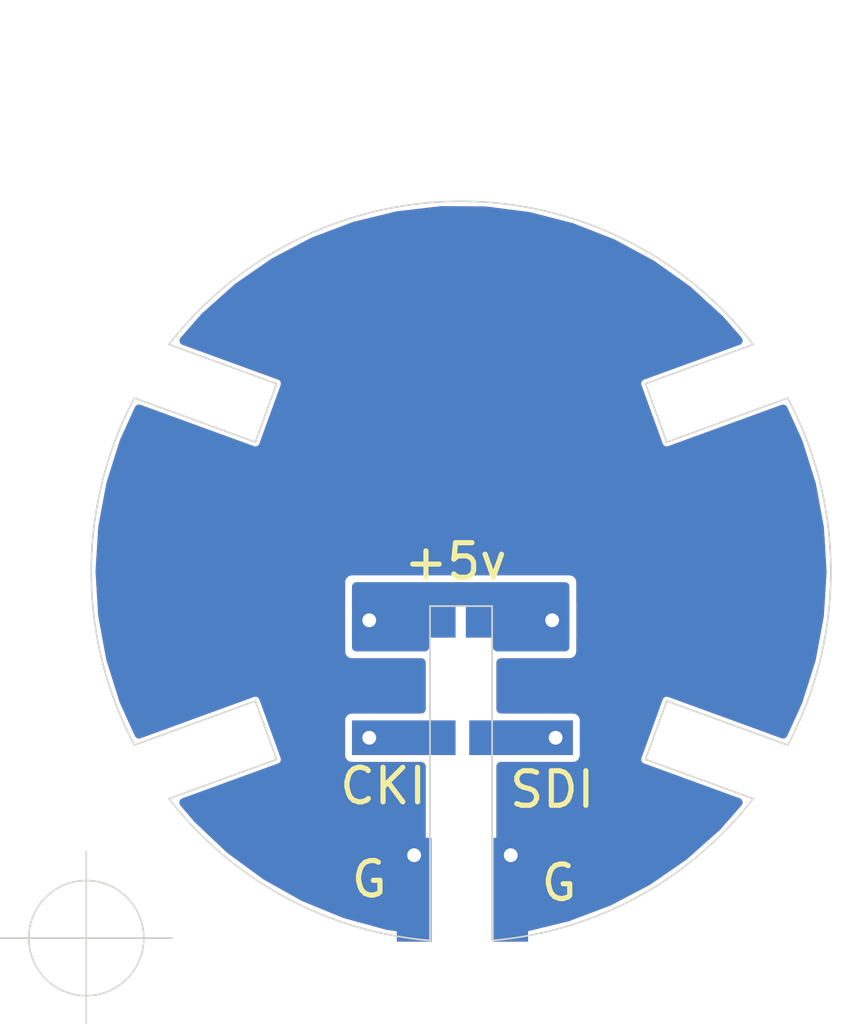
<source format=kicad_pcb>
(kicad_pcb (version 20171130) (host pcbnew "(5.1.5)-3")

  (general
    (thickness 1.6)
    (drawings 29)
    (tracks 0)
    (zones 0)
    (modules 6)
    (nets 5)
  )

  (page A4)
  (layers
    (0 F.Cu signal)
    (31 B.Cu signal)
    (34 B.Paste user)
    (35 F.Paste user)
    (36 B.SilkS user)
    (37 F.SilkS user)
    (38 B.Mask user)
    (39 F.Mask user)
    (40 Dwgs.User user)
    (44 Edge.Cuts user)
    (45 Margin user)
    (46 B.CrtYd user hide)
    (47 F.CrtYd user hide)
    (48 B.Fab user hide)
    (49 F.Fab user hide)
  )

  (setup
    (last_trace_width 0.25)
    (trace_clearance 0.2)
    (zone_clearance 0)
    (zone_45_only no)
    (trace_min 0.2)
    (via_size 0.8)
    (via_drill 0.4)
    (via_min_size 0.4)
    (via_min_drill 0.3)
    (uvia_size 0.3)
    (uvia_drill 0.1)
    (uvias_allowed no)
    (uvia_min_size 0.2)
    (uvia_min_drill 0.1)
    (edge_width 0.05)
    (segment_width 0.2)
    (pcb_text_width 0.3)
    (pcb_text_size 1.5 1.5)
    (mod_edge_width 0.12)
    (mod_text_size 1 1)
    (mod_text_width 0.15)
    (pad_size 3 1)
    (pad_drill 0)
    (pad_to_mask_clearance 0.051)
    (solder_mask_min_width 0.25)
    (aux_axis_origin 140 103)
    (grid_origin 140 103)
    (visible_elements 7FFFFF7F)
    (pcbplotparams
      (layerselection 0x010f0_ffffffff)
      (usegerberextensions false)
      (usegerberattributes false)
      (usegerberadvancedattributes false)
      (creategerberjobfile false)
      (excludeedgelayer true)
      (linewidth 0.100000)
      (plotframeref false)
      (viasonmask false)
      (mode 1)
      (useauxorigin false)
      (hpglpennumber 1)
      (hpglpenspeed 20)
      (hpglpendiameter 15.000000)
      (psnegative false)
      (psa4output false)
      (plotreference true)
      (plotvalue true)
      (plotinvisibletext false)
      (padsonsilk false)
      (subtractmaskfromsilk false)
      (outputformat 1)
      (mirror false)
      (drillshape 0)
      (scaleselection 1)
      (outputdirectory "Connector Gerber/"))
  )

  (net 0 "")
  (net 1 +5V)
  (net 2 GND)
  (net 3 "Net-(J14-Pad1)")
  (net 4 "Net-(J13-Pad1)")

  (net_class Default "This is the default net class."
    (clearance 0.2)
    (trace_width 0.25)
    (via_dia 0.8)
    (via_drill 0.4)
    (uvia_dia 0.3)
    (uvia_drill 0.1)
    (add_net +5V)
    (add_net GND)
    (add_net "Net-(J13-Pad1)")
    (add_net "Net-(J14-Pad1)")
  )

  (module MyLib:Conn_1_Pin (layer F.Cu) (tedit 5FFD12F5) (tstamp 5FFD32C6)
    (at 152.5 93.8 180)
    (path /601A6A08)
    (fp_text reference J12 (at 0 -1.5) (layer F.SilkS) hide
      (effects (font (size 1 1) (thickness 0.15)))
    )
    (fp_text value 1pin_conn (at 0 1.75) (layer F.Fab)
      (effects (font (size 1 1) (thickness 0.15)))
    )
    (fp_line (start -1.75 -0.75) (end 1.75 -0.75) (layer F.CrtYd) (width 0.12))
    (fp_line (start 1.75 -0.76) (end 1.75 0.72) (layer F.CrtYd) (width 0.12))
    (fp_line (start 1.75 0.72) (end -1.75 0.72) (layer F.CrtYd) (width 0.12))
    (fp_line (start -1.75 0.72) (end -1.75 -0.75) (layer F.CrtYd) (width 0.12))
    (pad 1 thru_hole circle (at -1 0 180) (size 0.8 0.8) (drill 0.4) (layers *.Cu *.Mask)
      (net 1 +5V))
    (pad 1 smd rect (at 0 0 180) (size 3 1) (layers F.Cu F.Paste F.Mask)
      (net 1 +5V))
    (pad 1 smd rect (at 0 0 180) (size 3 1) (layers *.Mask B.Cu B.Paste)
      (net 1 +5V))
  )

  (module MyLib:Conn_1_Pin (layer F.Cu) (tedit 5FFD12F5) (tstamp 5FFC43B4)
    (at 152.3 101.6 270)
    (path /601A64C4)
    (fp_text reference J11 (at 0.5 -1.5 90) (layer F.SilkS) hide
      (effects (font (size 1 1) (thickness 0.15)))
    )
    (fp_text value 1pin_conn (at 0 1.75 90) (layer F.Fab) hide
      (effects (font (size 1 1) (thickness 0.15)))
    )
    (fp_line (start -1.75 0.72) (end -1.75 -0.75) (layer F.CrtYd) (width 0.12))
    (fp_line (start 1.75 0.72) (end -1.75 0.72) (layer F.CrtYd) (width 0.12))
    (fp_line (start 1.75 -0.76) (end 1.75 0.72) (layer F.CrtYd) (width 0.12))
    (fp_line (start -1.75 -0.75) (end 1.75 -0.75) (layer F.CrtYd) (width 0.12))
    (pad 1 smd rect (at 0 0 270) (size 3 1) (layers *.Mask B.Cu B.Paste)
      (net 2 GND))
    (pad 1 smd rect (at 0 0 270) (size 3 1) (layers F.Cu F.Paste F.Mask)
      (net 2 GND))
    (pad 1 thru_hole circle (at -1 0 270) (size 0.8 0.8) (drill 0.4) (layers *.Cu *.Mask)
      (net 2 GND))
  )

  (module MyLib:Conn_1_Pin (layer F.Cu) (tedit 5FFD12F5) (tstamp 5FFDE69F)
    (at 149.5 101.6 270)
    (path /601A64C4)
    (fp_text reference J11 (at 0.5 -1.5 90) (layer F.SilkS) hide
      (effects (font (size 1 1) (thickness 0.15)))
    )
    (fp_text value 1pin_conn (at 0 1.75 90) (layer F.Fab) hide
      (effects (font (size 1 1) (thickness 0.15)))
    )
    (fp_line (start -1.75 0.72) (end -1.75 -0.75) (layer F.CrtYd) (width 0.12))
    (fp_line (start 1.75 0.72) (end -1.75 0.72) (layer F.CrtYd) (width 0.12))
    (fp_line (start 1.75 -0.76) (end 1.75 0.72) (layer F.CrtYd) (width 0.12))
    (fp_line (start -1.75 -0.75) (end 1.75 -0.75) (layer F.CrtYd) (width 0.12))
    (pad 1 smd rect (at 0 0 270) (size 3 1) (layers *.Mask B.Cu B.Paste)
      (net 2 GND))
    (pad 1 smd rect (at 0 0 270) (size 3 1) (layers F.Cu F.Paste F.Mask)
      (net 2 GND))
    (pad 1 thru_hole circle (at -1 0 270) (size 0.8 0.8) (drill 0.4) (layers *.Cu *.Mask)
      (net 2 GND))
  )

  (module MyLib:Conn_1_Pin (layer F.Cu) (tedit 5FFD12F5) (tstamp 5FFDE6AB)
    (at 149.2 93.8)
    (path /601A6A08)
    (fp_text reference J12 (at 0 -1.5) (layer F.SilkS) hide
      (effects (font (size 1 1) (thickness 0.15)))
    )
    (fp_text value 1pin_conn (at 0 1.75) (layer F.Fab)
      (effects (font (size 1 1) (thickness 0.15)))
    )
    (fp_line (start -1.75 0.72) (end -1.75 -0.75) (layer F.CrtYd) (width 0.12))
    (fp_line (start 1.75 0.72) (end -1.75 0.72) (layer F.CrtYd) (width 0.12))
    (fp_line (start 1.75 -0.76) (end 1.75 0.72) (layer F.CrtYd) (width 0.12))
    (fp_line (start -1.75 -0.75) (end 1.75 -0.75) (layer F.CrtYd) (width 0.12))
    (pad 1 smd rect (at 0 0) (size 3 1) (layers *.Mask B.Cu B.Paste)
      (net 1 +5V))
    (pad 1 smd rect (at 0 0) (size 3 1) (layers F.Cu F.Paste F.Mask)
      (net 1 +5V))
    (pad 1 thru_hole circle (at -1 0) (size 0.8 0.8) (drill 0.4) (layers *.Cu *.Mask)
      (net 1 +5V))
  )

  (module MyLib:Conn_1_Pin (layer F.Cu) (tedit 5FFD12F5) (tstamp 5FFDE6B7)
    (at 149.2 97.2)
    (path /6019FFA1)
    (fp_text reference J13 (at -0.6 1.7) (layer F.SilkS) hide
      (effects (font (size 1 1) (thickness 0.15)))
    )
    (fp_text value 1pin_conn (at 0 1.75) (layer F.Fab) hide
      (effects (font (size 1 1) (thickness 0.15)))
    )
    (fp_line (start -1.75 0.72) (end -1.75 -0.75) (layer F.CrtYd) (width 0.12))
    (fp_line (start 1.75 0.72) (end -1.75 0.72) (layer F.CrtYd) (width 0.12))
    (fp_line (start 1.75 -0.76) (end 1.75 0.72) (layer F.CrtYd) (width 0.12))
    (fp_line (start -1.75 -0.75) (end 1.75 -0.75) (layer F.CrtYd) (width 0.12))
    (pad 1 smd rect (at 0 0) (size 3 1) (layers *.Mask B.Cu B.Paste)
      (net 4 "Net-(J13-Pad1)"))
    (pad 1 smd rect (at 0 0) (size 3 1) (layers F.Cu F.Paste F.Mask)
      (net 4 "Net-(J13-Pad1)"))
    (pad 1 thru_hole circle (at -1 0) (size 0.8 0.8) (drill 0.4) (layers *.Cu *.Mask)
      (net 4 "Net-(J13-Pad1)"))
  )

  (module MyLib:Conn_1_Pin (layer F.Cu) (tedit 5FFD12F5) (tstamp 5FFDE6C3)
    (at 152.6 97.2 180)
    (path /601A5126)
    (fp_text reference J14 (at -0.7 -1.6) (layer F.SilkS) hide
      (effects (font (size 1 1) (thickness 0.15)))
    )
    (fp_text value 1pin_conn (at 0 1.75) (layer F.Fab) hide
      (effects (font (size 1 1) (thickness 0.15)))
    )
    (fp_line (start -1.75 0.72) (end -1.75 -0.75) (layer F.CrtYd) (width 0.12))
    (fp_line (start 1.75 0.72) (end -1.75 0.72) (layer F.CrtYd) (width 0.12))
    (fp_line (start 1.75 -0.76) (end 1.75 0.72) (layer F.CrtYd) (width 0.12))
    (fp_line (start -1.75 -0.75) (end 1.75 -0.75) (layer F.CrtYd) (width 0.12))
    (pad 1 smd rect (at 0 0 180) (size 3 1) (layers *.Mask B.Cu B.Paste)
      (net 3 "Net-(J14-Pad1)"))
    (pad 1 smd rect (at 0 0 180) (size 3 1) (layers F.Cu F.Paste F.Mask)
      (net 3 "Net-(J14-Pad1)"))
    (pad 1 thru_hole circle (at -1 0 180) (size 0.8 0.8) (drill 0.4) (layers *.Cu *.Mask)
      (net 3 "Net-(J14-Pad1)"))
  )

  (dimension 21.410002 (width 0.15) (layer Dwgs.User)
    (gr_text "21.410 mm" (at 150.876611 76.545239 359.9732388) (layer Dwgs.User)
      (effects (font (size 1 1) (thickness 0.15)))
    )
    (feature1 (pts (xy 161.58 80) (xy 161.581278 77.263819)))
    (feature2 (pts (xy 140.17 79.99) (xy 140.171278 77.253819)))
    (crossbar (pts (xy 140.171004 77.840239) (xy 161.581004 77.850239)))
    (arrow1a (pts (xy 161.581004 77.850239) (xy 160.454226 78.436134)))
    (arrow1b (pts (xy 161.581004 77.850239) (xy 160.454774 77.263292)))
    (arrow2a (pts (xy 140.171004 77.840239) (xy 141.297234 78.427186)))
    (arrow2b (pts (xy 140.171004 77.840239) (xy 141.297782 77.254344)))
  )
  (gr_line (start 140.17 92.13) (end 140.17 80) (layer Dwgs.User) (width 0.15))
  (gr_line (start 161.58 92.33) (end 161.58 80) (layer Dwgs.User) (width 0.15))
  (gr_line (start 144.899681 96.136261) (end 141.393472 97.412365) (layer Edge.Cuts) (width 0.05))
  (gr_line (start 144.899678 88.643742) (end 145.515281 86.952284) (layer Edge.Cuts) (width 0.05))
  (gr_line (start 156.820317 96.136262) (end 156.204703 97.827717) (layer Edge.Cuts) (width 0.05))
  (gr_line (start 151.76 103.06845) (end 151.76 93.39) (layer Edge.Cuts) (width 0.05))
  (gr_line (start 141.393458 87.36766) (end 144.899678 88.643742) (layer Edge.Cuts) (width 0.05))
  (gr_line (start 151.76 93.39) (end 149.96 93.39) (layer Edge.Cuts) (width 0.05))
  (gr_line (start 145.515295 97.827715) (end 144.899681 96.136261) (layer Edge.Cuts) (width 0.05))
  (gr_arc (start 150.86 92.39) (end 151.76 103.06845) (angle -47.34971995) (layer Edge.Cuts) (width 0.05))
  (gr_line (start 149.96 93.39) (end 149.96 103.06845) (layer Edge.Cuts) (width 0.05))
  (gr_line (start 142.396199 98.962928) (end 145.515295 97.827715) (layer Edge.Cuts) (width 0.05))
  (gr_line (start 145.515281 86.952284) (end 142.396182 85.817094) (layer Edge.Cuts) (width 0.05))
  (gr_arc (start 150.86 92.39) (end 141.393458 87.36766) (angle -55.89525993) (layer Edge.Cuts) (width 0.05))
  (gr_arc (start 150.86 92.39) (end 142.396199 98.962928) (angle -47.34972583) (layer Edge.Cuts) (width 0.05))
  (gr_line (start 160.326527 97.412366) (end 156.820317 96.136262) (layer Edge.Cuts) (width 0.05))
  (gr_line (start 156.204703 97.827717) (end 159.3238 98.962929) (layer Edge.Cuts) (width 0.05))
  (gr_arc (start 150.86 92.39) (end 160.326527 97.412366) (angle -55.89524864) (layer Edge.Cuts) (width 0.05))
  (gr_line (start 156.820323 88.643744) (end 160.326543 87.367663) (layer Edge.Cuts) (width 0.05))
  (gr_line (start 156.20472 86.952285) (end 156.820323 88.643744) (layer Edge.Cuts) (width 0.05))
  (gr_line (start 159.32382 85.817096) (end 156.20472 86.952285) (layer Edge.Cuts) (width 0.05))
  (gr_arc (start 150.86 92.39) (end 159.32382 85.817096) (angle -104.3349919) (layer Edge.Cuts) (width 0.05))
  (target plus (at 140 103) (size 5) (width 0.05) (layer Edge.Cuts))
  (gr_text CKI (at 148.6 98.6) (layer F.SilkS) (tstamp 5FFD345E)
    (effects (font (size 1 1) (thickness 0.15)))
  )
  (gr_text SDI (at 153.5 98.7) (layer F.SilkS) (tstamp 5FFD33D0)
    (effects (font (size 1 1) (thickness 0.15)))
  )
  (gr_text +5v (at 150.7 92.1) (layer F.SilkS) (tstamp 5FFD33C7)
    (effects (font (size 1 1) (thickness 0.15)))
  )
  (gr_text G (at 148.2 101.3) (layer F.SilkS) (tstamp 5FFD321A)
    (effects (font (size 1 1) (thickness 0.15)))
  )
  (gr_text G (at 153.7 101.4) (layer F.SilkS)
    (effects (font (size 1 1) (thickness 0.15)))
  )

  (zone (net 1) (net_name +5V) (layer F.Cu) (tstamp 6000FBAF) (hatch edge 0.508)
    (priority 4)
    (connect_pads yes (clearance 0))
    (min_thickness 0.254)
    (fill yes (arc_segments 32) (thermal_gap 0.508) (thermal_bridge_width 0.508))
    (polygon
      (pts
        (xy 154 94.7) (xy 147.7 94.7) (xy 147.7 92.7) (xy 154 92.7)
      )
    )
    (filled_polygon
      (pts
        (xy 153.873 94.573) (xy 151.912 94.573) (xy 151.912 93.397462) (xy 151.912735 93.39) (xy 151.9098 93.360203)
        (xy 151.901109 93.331551) (xy 151.886995 93.305145) (xy 151.868 93.282) (xy 151.844855 93.263005) (xy 151.818449 93.248891)
        (xy 151.789797 93.2402) (xy 151.767462 93.238) (xy 151.76 93.237265) (xy 151.752538 93.238) (xy 149.967462 93.238)
        (xy 149.96 93.237265) (xy 149.952538 93.238) (xy 149.930203 93.2402) (xy 149.901551 93.248891) (xy 149.875145 93.263005)
        (xy 149.852 93.282) (xy 149.833005 93.305145) (xy 149.818891 93.331551) (xy 149.8102 93.360203) (xy 149.807265 93.39)
        (xy 149.808 93.397462) (xy 149.808 94.573) (xy 147.827 94.573) (xy 147.827 92.827) (xy 153.873 92.827)
      )
    )
  )
  (zone (net 1) (net_name +5V) (layer B.Cu) (tstamp 6000FBAC) (hatch edge 0.508)
    (priority 4)
    (connect_pads yes (clearance 0))
    (min_thickness 0.254)
    (fill yes (arc_segments 32) (thermal_gap 0.508) (thermal_bridge_width 0.508))
    (polygon
      (pts
        (xy 154 94.7) (xy 147.7 94.7) (xy 147.7 92.7) (xy 154 92.7)
      )
    )
    (filled_polygon
      (pts
        (xy 153.873 94.573) (xy 151.912 94.573) (xy 151.912 93.397462) (xy 151.912735 93.39) (xy 151.9098 93.360203)
        (xy 151.901109 93.331551) (xy 151.886995 93.305145) (xy 151.868 93.282) (xy 151.844855 93.263005) (xy 151.818449 93.248891)
        (xy 151.789797 93.2402) (xy 151.767462 93.238) (xy 151.76 93.237265) (xy 151.752538 93.238) (xy 149.967462 93.238)
        (xy 149.96 93.237265) (xy 149.952538 93.238) (xy 149.930203 93.2402) (xy 149.901551 93.248891) (xy 149.875145 93.263005)
        (xy 149.852 93.282) (xy 149.833005 93.305145) (xy 149.818891 93.331551) (xy 149.8102 93.360203) (xy 149.807265 93.39)
        (xy 149.808 93.397462) (xy 149.808 94.573) (xy 147.827 94.573) (xy 147.827 92.827) (xy 153.873 92.827)
      )
    )
  )
  (zone (net 2) (net_name GND) (layer F.Cu) (tstamp 6000FBA9) (hatch edge 0.508)
    (connect_pads yes (clearance 0.1))
    (min_thickness 0.254)
    (fill yes (arc_segments 32) (thermal_gap 0.508) (thermal_bridge_width 0.508))
    (polygon
      (pts
        (xy 162 103) (xy 140 103) (xy 140 81) (xy 162 81)
      )
    )
    (filled_polygon
      (pts
        (xy 151.559407 81.949561) (xy 152.826556 82.112617) (xy 154.064402 82.428888) (xy 155.254472 82.893656) (xy 156.379022 83.499987)
        (xy 157.421307 84.238854) (xy 158.366319 85.099729) (xy 158.893076 85.705694) (xy 156.130165 86.711249) (xy 156.118119 86.714336)
        (xy 156.106911 86.719712) (xy 156.106906 86.719714) (xy 156.073361 86.735804) (xy 156.033652 86.765589) (xy 156.000516 86.802551)
        (xy 155.975228 86.845266) (xy 155.958759 86.892094) (xy 155.951742 86.941235) (xy 155.954448 86.990799) (xy 155.966771 87.038886)
        (xy 155.97215 87.0501) (xy 156.579289 88.718305) (xy 156.582374 88.730345) (xy 156.587749 88.74155) (xy 156.587751 88.741557)
        (xy 156.603841 88.775103) (xy 156.633626 88.814812) (xy 156.670588 88.847948) (xy 156.713303 88.873236) (xy 156.760131 88.889705)
        (xy 156.767148 88.890707) (xy 156.809273 88.896722) (xy 156.858838 88.894016) (xy 156.878202 88.889053) (xy 156.906924 88.881693)
        (xy 156.918138 88.876314) (xy 160.19363 87.684207) (xy 160.632266 88.649044) (xy 161.015332 89.867866) (xy 161.247007 91.124287)
        (xy 161.323834 92.399581) (xy 161.244671 93.674732) (xy 161.010696 94.930729) (xy 160.625362 96.148959) (xy 160.193817 97.095894)
        (xy 156.91813 95.90369) (xy 156.906919 95.898313) (xy 156.894875 95.895227) (xy 156.894873 95.895226) (xy 156.858833 95.88599)
        (xy 156.809269 95.883284) (xy 156.767144 95.889299) (xy 156.760127 95.890301) (xy 156.746126 95.895225) (xy 156.713299 95.906769)
        (xy 156.695871 95.917087) (xy 156.670583 95.932057) (xy 156.633622 95.965193) (xy 156.603835 96.004902) (xy 156.587745 96.038447)
        (xy 156.587741 96.038458) (xy 156.582368 96.04966) (xy 156.579284 96.061695) (xy 155.972132 97.729902) (xy 155.966754 97.741115)
        (xy 155.963668 97.753158) (xy 155.963667 97.753161) (xy 155.954431 97.789201) (xy 155.951725 97.838765) (xy 155.958742 97.887906)
        (xy 155.97521 97.934735) (xy 156.000498 97.97745) (xy 156.033633 98.014411) (xy 156.073343 98.044198) (xy 156.118101 98.065666)
        (xy 156.130154 98.068755) (xy 158.890905 99.073546) (xy 158.280628 99.767412) (xy 157.326239 100.616766) (xy 156.275448 101.343482)
        (xy 155.143929 101.93672) (xy 153.948537 102.387643) (xy 152.705343 102.68995) (xy 152.012 102.781137) (xy 152.012 98.028582)
        (xy 154.1 98.028582) (xy 154.164103 98.022268) (xy 154.225743 98.00357) (xy 154.28255 97.973206) (xy 154.332343 97.932343)
        (xy 154.373206 97.88255) (xy 154.40357 97.825743) (xy 154.422268 97.764103) (xy 154.428582 97.7) (xy 154.428582 96.7)
        (xy 154.422268 96.635897) (xy 154.40357 96.574257) (xy 154.373206 96.51745) (xy 154.332343 96.467657) (xy 154.28255 96.426794)
        (xy 154.225743 96.39643) (xy 154.164103 96.377732) (xy 154.1 96.371418) (xy 152.012 96.371418) (xy 152.012 95.027)
        (xy 154 95.027) (xy 154.063795 95.020717) (xy 154.125137 95.002109) (xy 154.181671 94.971891) (xy 154.231224 94.931224)
        (xy 154.271891 94.881671) (xy 154.302109 94.825137) (xy 154.320717 94.763795) (xy 154.327 94.7) (xy 154.327 94.316061)
        (xy 154.328582 94.3) (xy 154.328582 93.3) (xy 154.327 93.283939) (xy 154.327 92.7) (xy 154.320717 92.636205)
        (xy 154.302109 92.574863) (xy 154.271891 92.518329) (xy 154.231224 92.468776) (xy 154.181671 92.428109) (xy 154.125137 92.397891)
        (xy 154.063795 92.379283) (xy 154 92.373) (xy 147.7 92.373) (xy 147.636205 92.379283) (xy 147.574863 92.397891)
        (xy 147.518329 92.428109) (xy 147.468776 92.468776) (xy 147.428109 92.518329) (xy 147.397891 92.574863) (xy 147.379283 92.636205)
        (xy 147.373 92.7) (xy 147.373 93.283939) (xy 147.371418 93.3) (xy 147.371418 94.3) (xy 147.373 94.316061)
        (xy 147.373 94.7) (xy 147.379283 94.763795) (xy 147.397891 94.825137) (xy 147.428109 94.881671) (xy 147.468776 94.931224)
        (xy 147.518329 94.971891) (xy 147.574863 95.002109) (xy 147.636205 95.020717) (xy 147.7 95.027) (xy 149.708 95.027)
        (xy 149.708 96.371418) (xy 147.7 96.371418) (xy 147.635897 96.377732) (xy 147.574257 96.39643) (xy 147.51745 96.426794)
        (xy 147.467657 96.467657) (xy 147.426794 96.51745) (xy 147.39643 96.574257) (xy 147.377732 96.635897) (xy 147.371418 96.7)
        (xy 147.371418 97.7) (xy 147.377732 97.764103) (xy 147.39643 97.825743) (xy 147.426794 97.88255) (xy 147.467657 97.932343)
        (xy 147.51745 97.973206) (xy 147.574257 98.00357) (xy 147.635897 98.022268) (xy 147.7 98.028582) (xy 149.708 98.028582)
        (xy 149.708001 102.776931) (xy 148.717039 102.632054) (xy 147.484816 102.294548) (xy 146.30292 101.809393) (xy 145.188941 101.183807)
        (xy 144.159521 100.427135) (xy 143.228665 99.549398) (xy 142.823789 99.075476) (xy 145.589872 98.068745) (xy 145.601897 98.065663)
        (xy 145.61309 98.060294) (xy 145.61311 98.060287) (xy 145.646655 98.044197) (xy 145.686365 98.01441) (xy 145.7195 97.977449)
        (xy 145.744787 97.934734) (xy 145.761256 97.887905) (xy 145.762258 97.880888) (xy 145.768273 97.838763) (xy 145.765567 97.789198)
        (xy 145.756331 97.753158) (xy 145.756327 97.753147) (xy 145.753243 97.741113) (xy 145.74787 97.729912) (xy 145.140719 96.061712)
        (xy 145.13763 96.049659) (xy 145.116162 96.004901) (xy 145.086375 95.965191) (xy 145.049414 95.932056) (xy 145.006699 95.906768)
        (xy 144.95987 95.8903) (xy 144.910729 95.883283) (xy 144.861164 95.885989) (xy 144.825124 95.895225) (xy 144.825122 95.895226)
        (xy 144.813079 95.898312) (xy 144.801869 95.903689) (xy 141.526383 97.095821) (xy 141.087745 96.130985) (xy 140.704673 94.91216)
        (xy 140.472996 93.655743) (xy 140.396164 92.38045) (xy 140.475324 91.105298) (xy 140.709296 89.849299) (xy 141.094628 88.631063)
        (xy 141.526169 87.68413) (xy 144.801866 88.876314) (xy 144.813077 88.881691) (xy 144.861163 88.894014) (xy 144.910728 88.89672)
        (xy 144.959869 88.889703) (xy 145.006697 88.873234) (xy 145.049413 88.847946) (xy 145.086374 88.814811) (xy 145.11616 88.775101)
        (xy 145.131916 88.742251) (xy 145.132249 88.741556) (xy 145.137627 88.730343) (xy 145.140714 88.718297) (xy 145.747853 87.050096)
        (xy 145.75323 87.038885) (xy 145.765553 86.990799) (xy 145.768258 86.941233) (xy 145.761242 86.892092) (xy 145.744773 86.845264)
        (xy 145.719485 86.802549) (xy 145.686349 86.765587) (xy 145.64664 86.735802) (xy 145.613095 86.719712) (xy 145.613084 86.719708)
        (xy 145.601882 86.714335) (xy 145.589846 86.71125) (xy 142.829076 85.706475) (xy 143.439352 85.012609) (xy 144.393742 84.163249)
        (xy 145.444521 83.436536) (xy 146.576048 82.843289) (xy 147.77143 82.392366) (xy 149.012853 82.090486) (xy 150.281822 81.942146)
      )
    )
  )
  (zone (net 2) (net_name GND) (layer B.Cu) (tstamp 6000FBA6) (hatch edge 0.508)
    (connect_pads yes (clearance 0.1))
    (min_thickness 0.254)
    (fill yes (arc_segments 32) (thermal_gap 0.508) (thermal_bridge_width 0.508))
    (polygon
      (pts
        (xy 162 103.003947) (xy 140 103.003947) (xy 140 81.003947) (xy 162 81.003947)
      )
    )
    (filled_polygon
      (pts
        (xy 151.559407 81.949561) (xy 152.826556 82.112617) (xy 154.064402 82.428888) (xy 155.254472 82.893656) (xy 156.379022 83.499987)
        (xy 157.421307 84.238854) (xy 158.366319 85.099729) (xy 158.893076 85.705694) (xy 156.130165 86.711249) (xy 156.118119 86.714336)
        (xy 156.106911 86.719712) (xy 156.106906 86.719714) (xy 156.073361 86.735804) (xy 156.033652 86.765589) (xy 156.000516 86.802551)
        (xy 155.975228 86.845266) (xy 155.958759 86.892094) (xy 155.951742 86.941235) (xy 155.954448 86.990799) (xy 155.966771 87.038886)
        (xy 155.97215 87.0501) (xy 156.579289 88.718305) (xy 156.582374 88.730345) (xy 156.587749 88.74155) (xy 156.587751 88.741557)
        (xy 156.603841 88.775103) (xy 156.633626 88.814812) (xy 156.670588 88.847948) (xy 156.713303 88.873236) (xy 156.760131 88.889705)
        (xy 156.767148 88.890707) (xy 156.809273 88.896722) (xy 156.858838 88.894016) (xy 156.878202 88.889053) (xy 156.906924 88.881693)
        (xy 156.918138 88.876314) (xy 160.19363 87.684207) (xy 160.632266 88.649044) (xy 161.015332 89.867866) (xy 161.247007 91.124287)
        (xy 161.323834 92.399581) (xy 161.244671 93.674732) (xy 161.010696 94.930729) (xy 160.625362 96.148959) (xy 160.193817 97.095894)
        (xy 156.91813 95.90369) (xy 156.906919 95.898313) (xy 156.894875 95.895227) (xy 156.894873 95.895226) (xy 156.858833 95.88599)
        (xy 156.809269 95.883284) (xy 156.767144 95.889299) (xy 156.760127 95.890301) (xy 156.746126 95.895225) (xy 156.713299 95.906769)
        (xy 156.695871 95.917087) (xy 156.670583 95.932057) (xy 156.633622 95.965193) (xy 156.603835 96.004902) (xy 156.587745 96.038447)
        (xy 156.587741 96.038458) (xy 156.582368 96.04966) (xy 156.579284 96.061695) (xy 155.972132 97.729902) (xy 155.966754 97.741115)
        (xy 155.963668 97.753158) (xy 155.963667 97.753161) (xy 155.954431 97.789201) (xy 155.951725 97.838765) (xy 155.958742 97.887906)
        (xy 155.97521 97.934735) (xy 156.000498 97.97745) (xy 156.033633 98.014411) (xy 156.073343 98.044198) (xy 156.118101 98.065666)
        (xy 156.130154 98.068755) (xy 158.890905 99.073546) (xy 158.280628 99.767412) (xy 157.326239 100.616766) (xy 156.275448 101.343482)
        (xy 155.143929 101.93672) (xy 153.948537 102.387643) (xy 152.705343 102.68995) (xy 152.012 102.781137) (xy 152.012 98.028582)
        (xy 154.1 98.028582) (xy 154.164103 98.022268) (xy 154.225743 98.00357) (xy 154.28255 97.973206) (xy 154.332343 97.932343)
        (xy 154.373206 97.88255) (xy 154.40357 97.825743) (xy 154.422268 97.764103) (xy 154.428582 97.7) (xy 154.428582 96.7)
        (xy 154.422268 96.635897) (xy 154.40357 96.574257) (xy 154.373206 96.51745) (xy 154.332343 96.467657) (xy 154.28255 96.426794)
        (xy 154.225743 96.39643) (xy 154.164103 96.377732) (xy 154.1 96.371418) (xy 152.012 96.371418) (xy 152.012 95.027)
        (xy 154 95.027) (xy 154.063795 95.020717) (xy 154.125137 95.002109) (xy 154.181671 94.971891) (xy 154.231224 94.931224)
        (xy 154.271891 94.881671) (xy 154.302109 94.825137) (xy 154.320717 94.763795) (xy 154.327 94.7) (xy 154.327 94.316061)
        (xy 154.328582 94.3) (xy 154.328582 93.3) (xy 154.327 93.283939) (xy 154.327 92.7) (xy 154.320717 92.636205)
        (xy 154.302109 92.574863) (xy 154.271891 92.518329) (xy 154.231224 92.468776) (xy 154.181671 92.428109) (xy 154.125137 92.397891)
        (xy 154.063795 92.379283) (xy 154 92.373) (xy 147.7 92.373) (xy 147.636205 92.379283) (xy 147.574863 92.397891)
        (xy 147.518329 92.428109) (xy 147.468776 92.468776) (xy 147.428109 92.518329) (xy 147.397891 92.574863) (xy 147.379283 92.636205)
        (xy 147.373 92.7) (xy 147.373 93.283939) (xy 147.371418 93.3) (xy 147.371418 94.3) (xy 147.373 94.316061)
        (xy 147.373 94.7) (xy 147.379283 94.763795) (xy 147.397891 94.825137) (xy 147.428109 94.881671) (xy 147.468776 94.931224)
        (xy 147.518329 94.971891) (xy 147.574863 95.002109) (xy 147.636205 95.020717) (xy 147.7 95.027) (xy 149.708 95.027)
        (xy 149.708 96.371418) (xy 147.7 96.371418) (xy 147.635897 96.377732) (xy 147.574257 96.39643) (xy 147.51745 96.426794)
        (xy 147.467657 96.467657) (xy 147.426794 96.51745) (xy 147.39643 96.574257) (xy 147.377732 96.635897) (xy 147.371418 96.7)
        (xy 147.371418 97.7) (xy 147.377732 97.764103) (xy 147.39643 97.825743) (xy 147.426794 97.88255) (xy 147.467657 97.932343)
        (xy 147.51745 97.973206) (xy 147.574257 98.00357) (xy 147.635897 98.022268) (xy 147.7 98.028582) (xy 149.708 98.028582)
        (xy 149.708001 102.776931) (xy 148.717039 102.632054) (xy 147.484816 102.294548) (xy 146.30292 101.809393) (xy 145.188941 101.183807)
        (xy 144.159521 100.427135) (xy 143.228665 99.549398) (xy 142.823789 99.075476) (xy 145.589872 98.068745) (xy 145.601897 98.065663)
        (xy 145.61309 98.060294) (xy 145.61311 98.060287) (xy 145.646655 98.044197) (xy 145.686365 98.01441) (xy 145.7195 97.977449)
        (xy 145.744787 97.934734) (xy 145.761256 97.887905) (xy 145.762258 97.880888) (xy 145.768273 97.838763) (xy 145.765567 97.789198)
        (xy 145.756331 97.753158) (xy 145.756327 97.753147) (xy 145.753243 97.741113) (xy 145.74787 97.729912) (xy 145.140719 96.061712)
        (xy 145.13763 96.049659) (xy 145.116162 96.004901) (xy 145.086375 95.965191) (xy 145.049414 95.932056) (xy 145.006699 95.906768)
        (xy 144.95987 95.8903) (xy 144.910729 95.883283) (xy 144.861164 95.885989) (xy 144.825124 95.895225) (xy 144.825122 95.895226)
        (xy 144.813079 95.898312) (xy 144.801869 95.903689) (xy 141.526383 97.095821) (xy 141.087745 96.130985) (xy 140.704673 94.91216)
        (xy 140.472996 93.655743) (xy 140.396164 92.38045) (xy 140.475324 91.105298) (xy 140.709296 89.849299) (xy 141.094628 88.631063)
        (xy 141.526169 87.68413) (xy 144.801866 88.876314) (xy 144.813077 88.881691) (xy 144.861163 88.894014) (xy 144.910728 88.89672)
        (xy 144.959869 88.889703) (xy 145.006697 88.873234) (xy 145.049413 88.847946) (xy 145.086374 88.814811) (xy 145.11616 88.775101)
        (xy 145.131916 88.742251) (xy 145.132249 88.741556) (xy 145.137627 88.730343) (xy 145.140714 88.718297) (xy 145.747853 87.050096)
        (xy 145.75323 87.038885) (xy 145.765553 86.990799) (xy 145.768258 86.941233) (xy 145.761242 86.892092) (xy 145.744773 86.845264)
        (xy 145.719485 86.802549) (xy 145.686349 86.765587) (xy 145.64664 86.735802) (xy 145.613095 86.719712) (xy 145.613084 86.719708)
        (xy 145.601882 86.714335) (xy 145.589846 86.71125) (xy 142.829076 85.706475) (xy 143.439352 85.012609) (xy 144.393742 84.163249)
        (xy 145.444521 83.436536) (xy 146.576048 82.843289) (xy 147.77143 82.392366) (xy 149.012853 82.090486) (xy 150.281822 81.942146)
      )
    )
  )
)

</source>
